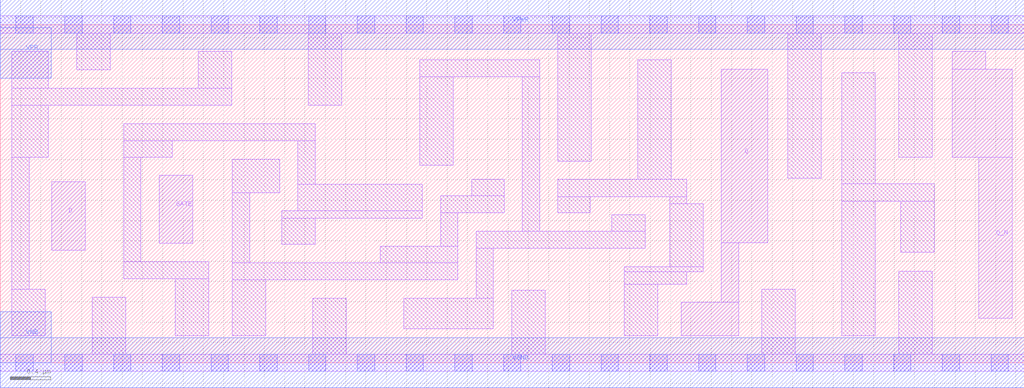
<source format=lef>
# Copyright 2020 The SkyWater PDK Authors
#
# Licensed under the Apache License, Version 2.0 (the "License");
# you may not use this file except in compliance with the License.
# You may obtain a copy of the License at
#
#     https://www.apache.org/licenses/LICENSE-2.0
#
# Unless required by applicable law or agreed to in writing, software
# distributed under the License is distributed on an "AS IS" BASIS,
# WITHOUT WARRANTIES OR CONDITIONS OF ANY KIND, either express or implied.
# See the License for the specific language governing permissions and
# limitations under the License.
#
# SPDX-License-Identifier: Apache-2.0

VERSION 5.5 ;
NAMESCASESENSITIVE ON ;
BUSBITCHARS "[]" ;
DIVIDERCHAR "/" ;
MACRO sky130_fd_sc_lp__dlxbp_lp2
  CLASS CORE ;
  SOURCE USER ;
  ORIGIN  0.000000  0.000000 ;
  SIZE  10.08000 BY  3.330000 ;
  SYMMETRY X Y R90 ;
  SITE unit ;
  PIN D
    ANTENNAGATEAREA  0.376000 ;
    DIRECTION INPUT ;
    USE SIGNAL ;
    PORT
      LAYER li1 ;
        RECT 0.505000 1.110000 0.835000 1.780000 ;
    END
  END D
  PIN Q
    ANTENNADIFFAREA  0.404700 ;
    DIRECTION OUTPUT ;
    USE SIGNAL ;
    PORT
      LAYER li1 ;
        RECT 6.705000 0.265000 7.270000 0.595000 ;
        RECT 7.100000 0.595000 7.270000 1.180000 ;
        RECT 7.100000 1.180000 7.555000 2.890000 ;
    END
  END Q
  PIN Q_N
    ANTENNADIFFAREA  0.404700 ;
    DIRECTION OUTPUT ;
    USE SIGNAL ;
    PORT
      LAYER li1 ;
        RECT 9.375000 2.025000 9.965000 2.890000 ;
        RECT 9.375000 2.890000 9.705000 3.065000 ;
        RECT 9.635000 0.440000 9.965000 2.025000 ;
    END
  END Q_N
  PIN GATE
    ANTENNAGATEAREA  0.376000 ;
    DIRECTION INPUT ;
    USE CLOCK ;
    PORT
      LAYER li1 ;
        RECT 1.565000 1.175000 1.895000 1.845000 ;
    END
  END GATE
  PIN VGND
    DIRECTION INOUT ;
    USE GROUND ;
    PORT
      LAYER met1 ;
        RECT 0.000000 -0.245000 10.080000 0.245000 ;
    END
  END VGND
  PIN VNB
    DIRECTION INOUT ;
    USE GROUND ;
    PORT
      LAYER met1 ;
        RECT 0.000000 0.000000 0.500000 0.500000 ;
    END
  END VNB
  PIN VPB
    DIRECTION INOUT ;
    USE POWER ;
    PORT
      LAYER met1 ;
        RECT 0.000000 2.800000 0.500000 3.300000 ;
    END
  END VPB
  PIN VPWR
    DIRECTION INOUT ;
    USE POWER ;
    PORT
      LAYER met1 ;
        RECT 0.000000 3.085000 10.080000 3.575000 ;
    END
  END VPWR
  OBS
    LAYER li1 ;
      RECT 0.000000 -0.085000 10.080000 0.085000 ;
      RECT 0.000000  3.245000 10.080000 3.415000 ;
      RECT 0.115000  0.265000  0.445000 0.725000 ;
      RECT 0.115000  0.725000  0.285000 2.025000 ;
      RECT 0.115000  2.025000  0.475000 2.535000 ;
      RECT 0.115000  2.535000  2.280000 2.705000 ;
      RECT 0.115000  2.705000  0.475000 3.065000 ;
      RECT 0.755000  2.885000  1.085000 3.245000 ;
      RECT 0.905000  0.085000  1.235000 0.645000 ;
      RECT 1.215000  0.825000  2.055000 0.995000 ;
      RECT 1.215000  0.995000  1.385000 2.025000 ;
      RECT 1.215000  2.025000  1.695000 2.185000 ;
      RECT 1.215000  2.185000  3.100000 2.355000 ;
      RECT 1.725000  0.265000  2.055000 0.825000 ;
      RECT 1.950000  2.705000  2.280000 3.065000 ;
      RECT 2.285000  0.265000  2.615000 0.815000 ;
      RECT 2.285000  0.815000  4.505000 0.985000 ;
      RECT 2.285000  0.985000  2.455000 1.675000 ;
      RECT 2.285000  1.675000  2.750000 2.005000 ;
      RECT 2.770000  1.165000  3.100000 1.425000 ;
      RECT 2.770000  1.425000  4.155000 1.495000 ;
      RECT 2.930000  1.495000  4.155000 1.755000 ;
      RECT 2.930000  1.755000  3.100000 2.185000 ;
      RECT 3.030000  2.535000  3.360000 3.245000 ;
      RECT 3.075000  0.085000  3.405000 0.635000 ;
      RECT 3.740000  0.985000  4.505000 1.145000 ;
      RECT 3.975000  0.335000  4.855000 0.635000 ;
      RECT 4.130000  1.945000  4.460000 2.815000 ;
      RECT 4.130000  2.815000  5.310000 2.985000 ;
      RECT 4.335000  1.145000  4.505000 1.475000 ;
      RECT 4.335000  1.475000  4.960000 1.645000 ;
      RECT 4.640000  1.645000  4.960000 1.805000 ;
      RECT 4.685000  0.635000  4.855000 1.125000 ;
      RECT 4.685000  1.125000  6.350000 1.295000 ;
      RECT 5.035000  0.085000  5.365000 0.715000 ;
      RECT 5.140000  1.295000  5.310000 2.815000 ;
      RECT 5.490000  1.475000  5.810000 1.635000 ;
      RECT 5.490000  1.635000  6.760000 1.805000 ;
      RECT 5.490000  1.985000  5.820000 3.245000 ;
      RECT 6.020000  1.295000  6.350000 1.455000 ;
      RECT 6.145000  0.265000  6.475000 0.775000 ;
      RECT 6.145000  0.775000  6.760000 0.895000 ;
      RECT 6.145000  0.895000  6.920000 0.945000 ;
      RECT 6.275000  1.805000  6.605000 2.985000 ;
      RECT 6.590000  0.945000  6.920000 1.565000 ;
      RECT 6.590000  1.565000  6.760000 1.635000 ;
      RECT 7.495000  0.085000  7.825000 0.725000 ;
      RECT 7.755000  1.815000  8.085000 3.245000 ;
      RECT 8.285000  0.265000  8.615000 1.590000 ;
      RECT 8.285000  1.590000  9.195000 1.760000 ;
      RECT 8.285000  1.760000  8.615000 2.855000 ;
      RECT 8.845000  0.085000  9.175000 0.900000 ;
      RECT 8.845000  2.025000  9.175000 3.245000 ;
      RECT 8.865000  1.090000  9.195000 1.590000 ;
    LAYER mcon ;
      RECT 0.155000 -0.085000 0.325000 0.085000 ;
      RECT 0.155000  3.245000 0.325000 3.415000 ;
      RECT 0.635000 -0.085000 0.805000 0.085000 ;
      RECT 0.635000  3.245000 0.805000 3.415000 ;
      RECT 1.115000 -0.085000 1.285000 0.085000 ;
      RECT 1.115000  3.245000 1.285000 3.415000 ;
      RECT 1.595000 -0.085000 1.765000 0.085000 ;
      RECT 1.595000  3.245000 1.765000 3.415000 ;
      RECT 2.075000 -0.085000 2.245000 0.085000 ;
      RECT 2.075000  3.245000 2.245000 3.415000 ;
      RECT 2.555000 -0.085000 2.725000 0.085000 ;
      RECT 2.555000  3.245000 2.725000 3.415000 ;
      RECT 3.035000 -0.085000 3.205000 0.085000 ;
      RECT 3.035000  3.245000 3.205000 3.415000 ;
      RECT 3.515000 -0.085000 3.685000 0.085000 ;
      RECT 3.515000  3.245000 3.685000 3.415000 ;
      RECT 3.995000 -0.085000 4.165000 0.085000 ;
      RECT 3.995000  3.245000 4.165000 3.415000 ;
      RECT 4.475000 -0.085000 4.645000 0.085000 ;
      RECT 4.475000  3.245000 4.645000 3.415000 ;
      RECT 4.955000 -0.085000 5.125000 0.085000 ;
      RECT 4.955000  3.245000 5.125000 3.415000 ;
      RECT 5.435000 -0.085000 5.605000 0.085000 ;
      RECT 5.435000  3.245000 5.605000 3.415000 ;
      RECT 5.915000 -0.085000 6.085000 0.085000 ;
      RECT 5.915000  3.245000 6.085000 3.415000 ;
      RECT 6.395000 -0.085000 6.565000 0.085000 ;
      RECT 6.395000  3.245000 6.565000 3.415000 ;
      RECT 6.875000 -0.085000 7.045000 0.085000 ;
      RECT 6.875000  3.245000 7.045000 3.415000 ;
      RECT 7.355000 -0.085000 7.525000 0.085000 ;
      RECT 7.355000  3.245000 7.525000 3.415000 ;
      RECT 7.835000 -0.085000 8.005000 0.085000 ;
      RECT 7.835000  3.245000 8.005000 3.415000 ;
      RECT 8.315000 -0.085000 8.485000 0.085000 ;
      RECT 8.315000  3.245000 8.485000 3.415000 ;
      RECT 8.795000 -0.085000 8.965000 0.085000 ;
      RECT 8.795000  3.245000 8.965000 3.415000 ;
      RECT 9.275000 -0.085000 9.445000 0.085000 ;
      RECT 9.275000  3.245000 9.445000 3.415000 ;
      RECT 9.755000 -0.085000 9.925000 0.085000 ;
      RECT 9.755000  3.245000 9.925000 3.415000 ;
  END
END sky130_fd_sc_lp__dlxbp_lp2

</source>
